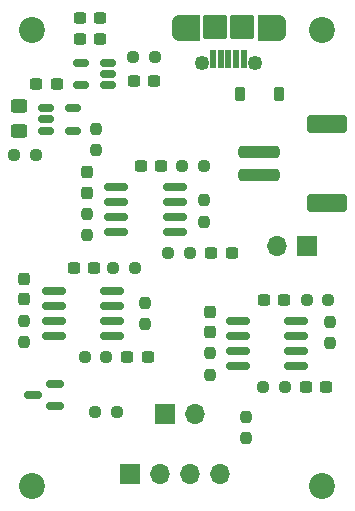
<source format=gts>
G04 #@! TF.GenerationSoftware,KiCad,Pcbnew,8.0.1*
G04 #@! TF.CreationDate,2024-12-01T21:33:56-08:00*
G04 #@! TF.ProjectId,ledFlicker,6c656446-6c69-4636-9b65-722e6b696361,rev?*
G04 #@! TF.SameCoordinates,Original*
G04 #@! TF.FileFunction,Soldermask,Top*
G04 #@! TF.FilePolarity,Negative*
%FSLAX46Y46*%
G04 Gerber Fmt 4.6, Leading zero omitted, Abs format (unit mm)*
G04 Created by KiCad (PCBNEW 8.0.1) date 2024-12-01 21:33:56*
%MOMM*%
%LPD*%
G01*
G04 APERTURE LIST*
G04 Aperture macros list*
%AMRoundRect*
0 Rectangle with rounded corners*
0 $1 Rounding radius*
0 $2 $3 $4 $5 $6 $7 $8 $9 X,Y pos of 4 corners*
0 Add a 4 corners polygon primitive as box body*
4,1,4,$2,$3,$4,$5,$6,$7,$8,$9,$2,$3,0*
0 Add four circle primitives for the rounded corners*
1,1,$1+$1,$2,$3*
1,1,$1+$1,$4,$5*
1,1,$1+$1,$6,$7*
1,1,$1+$1,$8,$9*
0 Add four rect primitives between the rounded corners*
20,1,$1+$1,$2,$3,$4,$5,0*
20,1,$1+$1,$4,$5,$6,$7,0*
20,1,$1+$1,$6,$7,$8,$9,0*
20,1,$1+$1,$8,$9,$2,$3,0*%
G04 Aperture macros list end*
%ADD10C,0.010000*%
%ADD11RoundRect,0.076200X0.200000X-0.675000X0.200000X0.675000X-0.200000X0.675000X-0.200000X-0.675000X0*%
%ADD12RoundRect,0.076200X-0.900000X0.950000X-0.900000X-0.950000X0.900000X-0.950000X0.900000X0.950000X0*%
%ADD13C,1.252400*%
%ADD14RoundRect,0.237500X0.237500X-0.250000X0.237500X0.250000X-0.237500X0.250000X-0.237500X-0.250000X0*%
%ADD15RoundRect,0.237500X-0.250000X-0.237500X0.250000X-0.237500X0.250000X0.237500X-0.250000X0.237500X0*%
%ADD16RoundRect,0.250000X-0.450000X0.325000X-0.450000X-0.325000X0.450000X-0.325000X0.450000X0.325000X0*%
%ADD17C,2.200000*%
%ADD18RoundRect,0.237500X0.300000X0.237500X-0.300000X0.237500X-0.300000X-0.237500X0.300000X-0.237500X0*%
%ADD19RoundRect,0.150000X-0.512500X-0.150000X0.512500X-0.150000X0.512500X0.150000X-0.512500X0.150000X0*%
%ADD20RoundRect,0.150000X-0.825000X-0.150000X0.825000X-0.150000X0.825000X0.150000X-0.825000X0.150000X0*%
%ADD21RoundRect,0.237500X0.250000X0.237500X-0.250000X0.237500X-0.250000X-0.237500X0.250000X-0.237500X0*%
%ADD22RoundRect,0.250000X1.500000X-0.250000X1.500000X0.250000X-1.500000X0.250000X-1.500000X-0.250000X0*%
%ADD23RoundRect,0.250001X1.449999X-0.499999X1.449999X0.499999X-1.449999X0.499999X-1.449999X-0.499999X0*%
%ADD24R,1.700000X1.700000*%
%ADD25O,1.700000X1.700000*%
%ADD26RoundRect,0.150000X0.587500X0.150000X-0.587500X0.150000X-0.587500X-0.150000X0.587500X-0.150000X0*%
%ADD27RoundRect,0.237500X0.237500X-0.300000X0.237500X0.300000X-0.237500X0.300000X-0.237500X-0.300000X0*%
%ADD28RoundRect,0.150000X0.512500X0.150000X-0.512500X0.150000X-0.512500X-0.150000X0.512500X-0.150000X0*%
%ADD29RoundRect,0.237500X-0.237500X0.250000X-0.237500X-0.250000X0.237500X-0.250000X0.237500X0.250000X0*%
%ADD30RoundRect,0.225000X-0.225000X-0.375000X0.225000X-0.375000X0.225000X0.375000X-0.225000X0.375000X0*%
%ADD31RoundRect,0.237500X-0.300000X-0.237500X0.300000X-0.237500X0.300000X0.237500X-0.300000X0.237500X0*%
G04 APERTURE END LIST*
D10*
X170256000Y-31129500D02*
X170288000Y-31132500D01*
X170319000Y-31136500D01*
X170350000Y-31142500D01*
X170380000Y-31149500D01*
X170410000Y-31158500D01*
X170440000Y-31168500D01*
X170469000Y-31180500D01*
X170497000Y-31194500D01*
X170525000Y-31209500D01*
X170552000Y-31225500D01*
X170578000Y-31243500D01*
X170603000Y-31262500D01*
X170626000Y-31283500D01*
X170649000Y-31304500D01*
X170671000Y-31327500D01*
X170691000Y-31351500D01*
X170710000Y-31376500D01*
X170728000Y-31402500D01*
X170745000Y-31429500D01*
X170760000Y-31456500D01*
X170773000Y-31484500D01*
X170785000Y-31513500D01*
X170796000Y-31543500D01*
X170805000Y-31573500D01*
X170812000Y-31604500D01*
X170818000Y-31635500D01*
X170822000Y-31666500D01*
X170824000Y-31697500D01*
X170825000Y-31728500D01*
X170825000Y-32629500D01*
X170824000Y-32660500D01*
X170822000Y-32691500D01*
X170818000Y-32722500D01*
X170812000Y-32753500D01*
X170805000Y-32784500D01*
X170796000Y-32814500D01*
X170785000Y-32844500D01*
X170773000Y-32873500D01*
X170760000Y-32901500D01*
X170745000Y-32928500D01*
X170728000Y-32955500D01*
X170710000Y-32981500D01*
X170691000Y-33006500D01*
X170671000Y-33030500D01*
X170649000Y-33053500D01*
X170626000Y-33074500D01*
X170603000Y-33095500D01*
X170578000Y-33114500D01*
X170552000Y-33132500D01*
X170525000Y-33148500D01*
X170497000Y-33163500D01*
X170469000Y-33177500D01*
X170440000Y-33189500D01*
X170410000Y-33199500D01*
X170380000Y-33208500D01*
X170350000Y-33215500D01*
X170319000Y-33221500D01*
X170288000Y-33225500D01*
X170256000Y-33228500D01*
X170225000Y-33229500D01*
X168550000Y-33229000D01*
X168550000Y-31128500D01*
X170225000Y-31128500D01*
X170256000Y-31129500D01*
G36*
X170256000Y-31129500D02*
G01*
X170288000Y-31132500D01*
X170319000Y-31136500D01*
X170350000Y-31142500D01*
X170380000Y-31149500D01*
X170410000Y-31158500D01*
X170440000Y-31168500D01*
X170469000Y-31180500D01*
X170497000Y-31194500D01*
X170525000Y-31209500D01*
X170552000Y-31225500D01*
X170578000Y-31243500D01*
X170603000Y-31262500D01*
X170626000Y-31283500D01*
X170649000Y-31304500D01*
X170671000Y-31327500D01*
X170691000Y-31351500D01*
X170710000Y-31376500D01*
X170728000Y-31402500D01*
X170745000Y-31429500D01*
X170760000Y-31456500D01*
X170773000Y-31484500D01*
X170785000Y-31513500D01*
X170796000Y-31543500D01*
X170805000Y-31573500D01*
X170812000Y-31604500D01*
X170818000Y-31635500D01*
X170822000Y-31666500D01*
X170824000Y-31697500D01*
X170825000Y-31728500D01*
X170825000Y-32629500D01*
X170824000Y-32660500D01*
X170822000Y-32691500D01*
X170818000Y-32722500D01*
X170812000Y-32753500D01*
X170805000Y-32784500D01*
X170796000Y-32814500D01*
X170785000Y-32844500D01*
X170773000Y-32873500D01*
X170760000Y-32901500D01*
X170745000Y-32928500D01*
X170728000Y-32955500D01*
X170710000Y-32981500D01*
X170691000Y-33006500D01*
X170671000Y-33030500D01*
X170649000Y-33053500D01*
X170626000Y-33074500D01*
X170603000Y-33095500D01*
X170578000Y-33114500D01*
X170552000Y-33132500D01*
X170525000Y-33148500D01*
X170497000Y-33163500D01*
X170469000Y-33177500D01*
X170440000Y-33189500D01*
X170410000Y-33199500D01*
X170380000Y-33208500D01*
X170350000Y-33215500D01*
X170319000Y-33221500D01*
X170288000Y-33225500D01*
X170256000Y-33228500D01*
X170225000Y-33229500D01*
X168550000Y-33229000D01*
X168550000Y-31128500D01*
X170225000Y-31128500D01*
X170256000Y-31129500D01*
G37*
X163550000Y-31129000D02*
X163550000Y-33229500D01*
X161875000Y-33229500D01*
X161844000Y-33228500D01*
X161812000Y-33225500D01*
X161781000Y-33221500D01*
X161750000Y-33215500D01*
X161720000Y-33208500D01*
X161690000Y-33199500D01*
X161660000Y-33189500D01*
X161631000Y-33177500D01*
X161603000Y-33163500D01*
X161575000Y-33148500D01*
X161548000Y-33132500D01*
X161522000Y-33114500D01*
X161497000Y-33095500D01*
X161474000Y-33074500D01*
X161451000Y-33053500D01*
X161429000Y-33030500D01*
X161409000Y-33006500D01*
X161390000Y-32981500D01*
X161372000Y-32955500D01*
X161355000Y-32928500D01*
X161340000Y-32901500D01*
X161327000Y-32873500D01*
X161315000Y-32844500D01*
X161304000Y-32814500D01*
X161295000Y-32784500D01*
X161288000Y-32753500D01*
X161282000Y-32722500D01*
X161278000Y-32691500D01*
X161276000Y-32660500D01*
X161275000Y-32629500D01*
X161275000Y-31728500D01*
X161276000Y-31697500D01*
X161278000Y-31666500D01*
X161282000Y-31635500D01*
X161288000Y-31604500D01*
X161295000Y-31573500D01*
X161304000Y-31543500D01*
X161315000Y-31513500D01*
X161327000Y-31484500D01*
X161340000Y-31456500D01*
X161355000Y-31429500D01*
X161372000Y-31402500D01*
X161390000Y-31376500D01*
X161409000Y-31351500D01*
X161429000Y-31327500D01*
X161451000Y-31304500D01*
X161474000Y-31283500D01*
X161497000Y-31262500D01*
X161522000Y-31243500D01*
X161548000Y-31225500D01*
X161575000Y-31209500D01*
X161603000Y-31194500D01*
X161631000Y-31180500D01*
X161660000Y-31168500D01*
X161690000Y-31158500D01*
X161720000Y-31149500D01*
X161750000Y-31142500D01*
X161781000Y-31136500D01*
X161812000Y-31132500D01*
X161844000Y-31129500D01*
X161875000Y-31128500D01*
X163550000Y-31129000D01*
G36*
X163550000Y-31129000D02*
G01*
X163550000Y-33229500D01*
X161875000Y-33229500D01*
X161844000Y-33228500D01*
X161812000Y-33225500D01*
X161781000Y-33221500D01*
X161750000Y-33215500D01*
X161720000Y-33208500D01*
X161690000Y-33199500D01*
X161660000Y-33189500D01*
X161631000Y-33177500D01*
X161603000Y-33163500D01*
X161575000Y-33148500D01*
X161548000Y-33132500D01*
X161522000Y-33114500D01*
X161497000Y-33095500D01*
X161474000Y-33074500D01*
X161451000Y-33053500D01*
X161429000Y-33030500D01*
X161409000Y-33006500D01*
X161390000Y-32981500D01*
X161372000Y-32955500D01*
X161355000Y-32928500D01*
X161340000Y-32901500D01*
X161327000Y-32873500D01*
X161315000Y-32844500D01*
X161304000Y-32814500D01*
X161295000Y-32784500D01*
X161288000Y-32753500D01*
X161282000Y-32722500D01*
X161278000Y-32691500D01*
X161276000Y-32660500D01*
X161275000Y-32629500D01*
X161275000Y-31728500D01*
X161276000Y-31697500D01*
X161278000Y-31666500D01*
X161282000Y-31635500D01*
X161288000Y-31604500D01*
X161295000Y-31573500D01*
X161304000Y-31543500D01*
X161315000Y-31513500D01*
X161327000Y-31484500D01*
X161340000Y-31456500D01*
X161355000Y-31429500D01*
X161372000Y-31402500D01*
X161390000Y-31376500D01*
X161409000Y-31351500D01*
X161429000Y-31327500D01*
X161451000Y-31304500D01*
X161474000Y-31283500D01*
X161497000Y-31262500D01*
X161522000Y-31243500D01*
X161548000Y-31225500D01*
X161575000Y-31209500D01*
X161603000Y-31194500D01*
X161631000Y-31180500D01*
X161660000Y-31168500D01*
X161690000Y-31158500D01*
X161720000Y-31149500D01*
X161750000Y-31142500D01*
X161781000Y-31136500D01*
X161812000Y-31132500D01*
X161844000Y-31129500D01*
X161875000Y-31128500D01*
X163550000Y-31129000D01*
G37*
D11*
X167350000Y-34854000D03*
X166700000Y-34854000D03*
X166050000Y-34854000D03*
X165400000Y-34854000D03*
X164750000Y-34854000D03*
D12*
X164900000Y-32179000D03*
X167200000Y-32179000D03*
D13*
X168275000Y-35179000D03*
X163825000Y-35179000D03*
D14*
X148717000Y-58824500D03*
X148717000Y-56999500D03*
D15*
X162155500Y-43915500D03*
X163980500Y-43915500D03*
D16*
X148336000Y-38853000D03*
X148336000Y-40903000D03*
D17*
X149390000Y-32385000D03*
D18*
X160374500Y-43915500D03*
X158649500Y-43915500D03*
D17*
X149390000Y-70985000D03*
D19*
X150640500Y-39010000D03*
X150640500Y-39960000D03*
X150640500Y-40910000D03*
X152915500Y-40910000D03*
X152915500Y-39010000D03*
D18*
X154659500Y-52578000D03*
X152934500Y-52578000D03*
D20*
X166842500Y-56996500D03*
X166842500Y-58266500D03*
X166842500Y-59536500D03*
X166842500Y-60806500D03*
X171792500Y-60806500D03*
X171792500Y-59536500D03*
X171792500Y-58266500D03*
X171792500Y-56996500D03*
D21*
X156614500Y-64770000D03*
X154789500Y-64770000D03*
D22*
X168621000Y-44688000D03*
X168621000Y-42688000D03*
D23*
X174371000Y-47038000D03*
X174371000Y-40338000D03*
D14*
X164465000Y-61592000D03*
X164465000Y-59767000D03*
D15*
X172696500Y-55218500D03*
X174521500Y-55218500D03*
D24*
X172725000Y-50673000D03*
D25*
X170185000Y-50673000D03*
D26*
X151384000Y-64257000D03*
X151384000Y-62357000D03*
X149509000Y-63307000D03*
D20*
X151260000Y-54456500D03*
X151260000Y-55726500D03*
X151260000Y-56996500D03*
X151260000Y-58266500D03*
X156210000Y-58266500D03*
X156210000Y-56996500D03*
X156210000Y-55726500D03*
X156210000Y-54456500D03*
D27*
X164465000Y-57986000D03*
X164465000Y-56261000D03*
D15*
X156313500Y-52578000D03*
X158138500Y-52578000D03*
D17*
X173990000Y-32385000D03*
D28*
X155851000Y-37077500D03*
X155851000Y-36127500D03*
X155851000Y-35177500D03*
X153576000Y-35177500D03*
X153576000Y-37077500D03*
D29*
X167513000Y-65127500D03*
X167513000Y-66952500D03*
D20*
X156555500Y-45667000D03*
X156555500Y-46937000D03*
X156555500Y-48207000D03*
X156555500Y-49477000D03*
X161505500Y-49477000D03*
X161505500Y-48207000D03*
X161505500Y-46937000D03*
X161505500Y-45667000D03*
D14*
X154797000Y-42584500D03*
X154797000Y-40759500D03*
D29*
X163957000Y-46813000D03*
X163957000Y-48638000D03*
D15*
X160962500Y-51308000D03*
X162787500Y-51308000D03*
D14*
X154051000Y-49781000D03*
X154051000Y-47956000D03*
D30*
X167006000Y-37846000D03*
X170306000Y-37846000D03*
D31*
X172619500Y-62584500D03*
X174344500Y-62584500D03*
D24*
X157744000Y-69977000D03*
D25*
X160284000Y-69977000D03*
X162824000Y-69977000D03*
X165364000Y-69977000D03*
D18*
X151511000Y-36957000D03*
X149786000Y-36957000D03*
D31*
X157480000Y-60071000D03*
X159205000Y-60071000D03*
D18*
X170788500Y-55218500D03*
X169063500Y-55218500D03*
D29*
X159004000Y-55475500D03*
X159004000Y-57300500D03*
D27*
X148717000Y-55192000D03*
X148717000Y-53467000D03*
D15*
X153877000Y-60071000D03*
X155702000Y-60071000D03*
D18*
X159772500Y-36696500D03*
X158047500Y-36696500D03*
D24*
X160650000Y-64897000D03*
D25*
X163190000Y-64897000D03*
D31*
X164592000Y-51308000D03*
X166317000Y-51308000D03*
D15*
X147915500Y-42942000D03*
X149740500Y-42942000D03*
D31*
X153475500Y-31362500D03*
X155200500Y-31362500D03*
D27*
X154051000Y-46175000D03*
X154051000Y-44450000D03*
D21*
X159822500Y-34664500D03*
X157997500Y-34664500D03*
D31*
X153475500Y-33140500D03*
X155200500Y-33140500D03*
D17*
X173990000Y-70985000D03*
D15*
X169013500Y-62584500D03*
X170838500Y-62584500D03*
D29*
X174625000Y-57100000D03*
X174625000Y-58925000D03*
M02*

</source>
